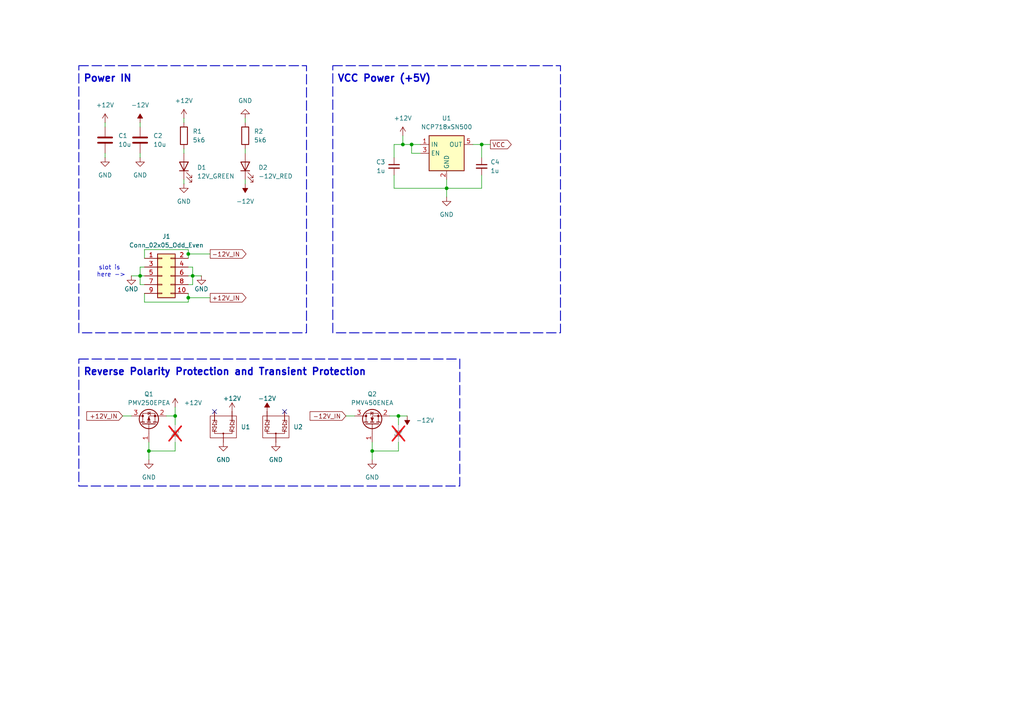
<source format=kicad_sch>
(kicad_sch (version 20231120) (generator "eeschema") (generator_version "8.0")
  (paper "A4")
  (title_block (title "Noise source and frequency filter") (date "11/12/2024") (rev "V1") (company "Alexander Saal") (comment 1 "Handles input power connection, power limiting, and filtering"))
  (lib_symbols
    (symbol "Analog_computing:VCAN16A2-03S-E3-08" (pin_numbers hide) (pin_names (offset 0) hide)
      (property "Reference" "U" (at -1.27 0 0))
      (symbol "VCAN16A2-03S-E3-08_0_1"
        (polyline (pts (xy 0 -2.54) (xy 0.635 -2.54)))
        (polyline (pts (xy 0 2.54) (xy 0.635 2.54)))
        (polyline (pts (xy -1.27 -3.175) (xy -1.27 -1.905) (xy -0.635 -1.905)))
        (polyline (pts (xy -1.27 1.905) (xy -1.27 3.175) (xy -0.635 3.175)))
        (polyline (pts (xy 1.905 -1.905) (xy 1.905 -3.175) (xy 1.27 -3.175)))
        (polyline (pts (xy 1.905 3.175) (xy 1.905 1.905) (xy 1.27 1.905)))
        (polyline (pts (xy -1.27 -2.54) (xy 0 -1.905) (xy 0 -3.175) (xy -1.27 -2.54)))
        (polyline (pts (xy -1.27 2.54) (xy 0 3.175) (xy 0 1.905) (xy -1.27 2.54)))
        (polyline (pts (xy 0.635 -3.175) (xy 0.635 -1.905) (xy 1.905 -2.54) (xy 0.635 -3.175)))
        (polyline (pts (xy 0.635 3.175) (xy 0.635 1.905) (xy 1.905 2.54) (xy 0.635 3.175)))
        (polyline (pts (xy 1.905 2.54) (xy 2.54 2.54) (xy 2.54 -2.54) (xy 1.905 -2.54)))
      )
      (symbol "VCAN16A2-03S-E3-08_1_1"
        (rectangle (start -2.54 3.81) (end 3.81 -3.81))
        (circle (center 2.54 0) (radius 0.254) (stroke (width -0.0001)) (fill (type outline)))
        (pin input line (at -3.81 2.54 0) (length 2.54) (name "IN1") (number "1"))
        (pin input line (at -3.81 -2.54 0) (length 2.54) (name "IN2") (number "2"))
        (pin input line (at 5.08 0 180) (length 2.54) (name "OUT") (number "3"))
      )
    )
    (symbol "Connector_Generic:Conn_02x05_Odd_Even" (pin_names (offset 1.016) hide)
      (property "Reference" "J" (at 1.27 7.62 0))
      (property "Value" "Conn_02x05_Odd_Even" (at 1.27 -7.62 0))
      (symbol "Conn_02x05_Odd_Even_1_1"
        (rectangle (start -1.27 -4.953) (end 0 -5.207) (stroke (width 0.1524)))
        (rectangle (start -1.27 -2.413) (end 0 -2.667) (stroke (width 0.1524)))
        (rectangle (start -1.27 0.127) (end 0 -0.127) (stroke (width 0.1524)))
        (rectangle (start -1.27 2.667) (end 0 2.413) (stroke (width 0.1524)))
        (rectangle (start -1.27 5.207) (end 0 4.953) (stroke (width 0.1524)))
        (rectangle (start -1.27 6.35) (end 3.81 -6.35) (stroke (width 0.254)) (fill (type background)))
        (rectangle (start 3.81 -4.953) (end 2.54 -5.207) (stroke (width 0.1524)))
        (rectangle (start 3.81 -2.413) (end 2.54 -2.667) (stroke (width 0.1524)))
        (rectangle (start 3.81 0.127) (end 2.54 -0.127) (stroke (width 0.1524)))
        (rectangle (start 3.81 2.667) (end 2.54 2.413) (stroke (width 0.1524)))
        (rectangle (start 3.81 5.207) (end 2.54 4.953) (stroke (width 0.1524)))
        (pin passive line (at -5.08 5.08 0) (length 3.81) (name "Pin_1") (number "1"))
        (pin passive line (at 7.62 -5.08 180) (length 3.81) (name "Pin_10") (number "10"))
        (pin passive line (at 7.62 5.08 180) (length 3.81) (name "Pin_2") (number "2"))
        (pin passive line (at -5.08 2.54 0) (length 3.81) (name "Pin_3") (number "3"))
        (pin passive line (at 7.62 2.54 180) (length 3.81) (name "Pin_4") (number "4"))
        (pin passive line (at -5.08 0 0) (length 3.81) (name "Pin_5") (number "5"))
        (pin passive line (at 7.62 0 180) (length 3.81) (name "Pin_6") (number "6"))
        (pin passive line (at -5.08 -2.54 0) (length 3.81) (name "Pin_7") (number "7"))
        (pin passive line (at 7.62 -2.54 180) (length 3.81) (name "Pin_8") (number "8"))
        (pin passive line (at -5.08 -5.08 0) (length 3.81) (name "Pin_9") (number "9"))
      )
    )
    (symbol "Device:C" (pin_numbers hide) (pin_names (offset 0.254))
      (property "Reference" "C" (at 0.635 2.54 0))
      (property "Value" "C" (at 0.635 -2.54 0))
      (symbol "C_0_1"
        (polyline (pts (xy -2.032 -0.762) (xy 2.032 -0.762)) (stroke (width 0.508)))
        (polyline (pts (xy -2.032 0.762) (xy 2.032 0.762)) (stroke (width 0.508)))
      )
      (symbol "C_1_1"
        (pin passive line (at 0 3.81 270) (length 2.794) (name "~") (number "1"))
        (pin passive line (at 0 -3.81 90) (length 2.794) (name "~") (number "2"))
      )
    )
    (symbol "Device:C_Small" (pin_numbers hide) (pin_names (offset 0.254) hide)
      (property "Reference" "C" (at 0.254 1.778 0))
      (property "Value" "C_Small" (at 0.254 -2.032 0))
      (symbol "C_Small_0_1"
        (polyline (pts (xy -1.524 -0.508) (xy 1.524 -0.508)) (stroke (width 0.3302)))
        (polyline (pts (xy -1.524 0.508) (xy 1.524 0.508)) (stroke (width 0.3048)))
      )
      (symbol "C_Small_1_1"
        (pin passive line (at 0 2.54 270) (length 2.032) (name "~") (number "1"))
        (pin passive line (at 0 -2.54 90) (length 2.032) (name "~") (number "2"))
      )
    )
    (symbol "Device:D_Zener_Small" (pin_numbers hide) (pin_names (offset 0.254) hide)
      (property "Reference" "D" (at 0 2.286 0))
      (property "Value" "D_Zener_Small" (at 0 -2.286 0))
      (symbol "D_Zener_Small_0_1"
        (polyline (pts (xy 0.762 0) (xy -0.762 0)))
        (polyline (pts (xy -0.254 1.016) (xy -0.762 1.016) (xy -0.762 -1.016)) (stroke (width 0.254)))
        (polyline (pts (xy 0.762 1.016) (xy -0.762 0) (xy 0.762 -1.016) (xy 0.762 1.016)) (stroke (width 0.254)))
      )
      (symbol "D_Zener_Small_1_1"
        (pin passive line (at -2.54 0 0) (length 1.778) (name "K") (number "1"))
        (pin passive line (at 2.54 0 180) (length 1.778) (name "A") (number "2"))
      )
    )
    (symbol "Device:LED" (pin_numbers hide) (pin_names (offset 1.016) hide)
      (property "Reference" "D" (at 0 2.54 0))
      (property "Value" "LED" (at 0 -2.54 0))
      (symbol "LED_0_1"
        (polyline (pts (xy -1.27 -1.27) (xy -1.27 1.27)) (stroke (width 0.254)))
        (polyline (pts (xy -1.27 0) (xy 1.27 0)))
        (polyline (pts (xy 1.27 -1.27) (xy 1.27 1.27) (xy -1.27 0) (xy 1.27 -1.27)) (stroke (width 0.254)))
        (polyline (pts (xy -3.048 -0.762) (xy -4.572 -2.286) (xy -3.81 -2.286) (xy -4.572 -2.286) (xy -4.572 -1.524)))
        (polyline (pts (xy -1.778 -0.762) (xy -3.302 -2.286) (xy -2.54 -2.286) (xy -3.302 -2.286) (xy -3.302 -1.524)))
      )
      (symbol "LED_1_1"
        (pin passive line (at -3.81 0 0) (length 2.54) (name "K") (number "1"))
        (pin passive line (at 3.81 0 180) (length 2.54) (name "A") (number "2"))
      )
    )
    (symbol "Device:Q_NMOS_GSD" (pin_names (offset 0) hide)
      (property "Reference" "Q" (at 5.08 1.27 0))
      (property "Value" "Q_NMOS_GSD" (at 5.08 -1.27 0))
      (symbol "Q_NMOS_GSD_0_1"
        (polyline (pts (xy 0.254 0) (xy -2.54 0)))
        (polyline (pts (xy 0.254 1.905) (xy 0.254 -1.905)) (stroke (width 0.254)))
        (polyline (pts (xy 0.762 -1.27) (xy 0.762 -2.286)) (stroke (width 0.254)))
        (polyline (pts (xy 0.762 0.508) (xy 0.762 -0.508)) (stroke (width 0.254)))
        (polyline (pts (xy 0.762 2.286) (xy 0.762 1.27)) (stroke (width 0.254)))
        (polyline (pts (xy 2.54 2.54) (xy 2.54 1.778)))
        (polyline (pts (xy 2.54 -2.54) (xy 2.54 0) (xy 0.762 0)))
        (polyline (pts (xy 0.762 -1.778) (xy 3.302 -1.778) (xy 3.302 1.778) (xy 0.762 1.778)))
        (polyline (pts (xy 1.016 0) (xy 2.032 0.381) (xy 2.032 -0.381) (xy 1.016 0)) (fill (type outline)))
        (polyline (pts (xy 2.794 0.508) (xy 2.921 0.381) (xy 3.683 0.381) (xy 3.81 0.254)))
        (polyline (pts (xy 3.302 0.381) (xy 2.921 -0.254) (xy 3.683 -0.254) (xy 3.302 0.381)))
        (circle (center 1.651 0) (radius 2.794) (stroke (width 0.254)))
        (circle (center 2.54 -1.778) (radius 0.254) (fill (type outline)))
        (circle (center 2.54 1.778) (radius 0.254) (fill (type outline)))
      )
      (symbol "Q_NMOS_GSD_1_1"
        (pin input line (at -5.08 0 0) (length 2.54) (name "G") (number "1"))
        (pin passive line (at 2.54 -5.08 90) (length 2.54) (name "S") (number "2"))
        (pin passive line (at 2.54 5.08 270) (length 2.54) (name "D") (number "3"))
      )
    )
    (symbol "Device:Q_PMOS_GSD" (pin_names (offset 0) hide)
      (property "Reference" "Q" (at 5.08 1.27 0))
      (property "Value" "Q_PMOS_GSD" (at 5.08 -1.27 0))
      (symbol "Q_PMOS_GSD_0_1"
        (polyline (pts (xy 0.254 0) (xy -2.54 0)))
        (polyline (pts (xy 0.254 1.905) (xy 0.254 -1.905)) (stroke (width 0.254)))
        (polyline (pts (xy 0.762 -1.27) (xy 0.762 -2.286)) (stroke (width 0.254)))
        (polyline (pts (xy 0.762 0.508) (xy 0.762 -0.508)) (stroke (width 0.254)))
        (polyline (pts (xy 0.762 2.286) (xy 0.762 1.27)) (stroke (width 0.254)))
        (polyline (pts (xy 2.54 2.54) (xy 2.54 1.778)))
        (polyline (pts (xy 2.54 -2.54) (xy 2.54 0) (xy 0.762 0)))
        (polyline (pts (xy 0.762 1.778) (xy 3.302 1.778) (xy 3.302 -1.778) (xy 0.762 -1.778)))
        (polyline (pts (xy 2.286 0) (xy 1.27 0.381) (xy 1.27 -0.381) (xy 2.286 0)) (fill (type outline)))
        (polyline (pts (xy 2.794 -0.508) (xy 2.921 -0.381) (xy 3.683 -0.381) (xy 3.81 -0.254)))
        (polyline (pts (xy 3.302 -0.381) (xy 2.921 0.254) (xy 3.683 0.254) (xy 3.302 -0.381)))
        (circle (center 1.651 0) (radius 2.794) (stroke (width 0.254)))
        (circle (center 2.54 -1.778) (radius 0.254) (fill (type outline)))
        (circle (center 2.54 1.778) (radius 0.254) (fill (type outline)))
      )
      (symbol "Q_PMOS_GSD_1_1"
        (pin input line (at -5.08 0 0) (length 2.54) (name "G") (number "1"))
        (pin passive line (at 2.54 -5.08 90) (length 2.54) (name "S") (number "2"))
        (pin passive line (at 2.54 5.08 270) (length 2.54) (name "D") (number "3"))
      )
    )
    (symbol "Device:R" (pin_numbers hide) (pin_names (offset 0))
      (property "Reference" "R" (at 2.032 0 90))
      (property "Value" "R" (at 0 0 90))
      (symbol "R_0_1"
        (rectangle (start -1.016 -2.54) (end 1.016 2.54) (stroke (width 0.254)))
      )
      (symbol "R_1_1"
        (pin passive line (at 0 3.81 270) (length 1.27) (name "~") (number "1"))
        (pin passive line (at 0 -3.81 90) (length 1.27) (name "~") (number "2"))
      )
    )
    (symbol "Regulator_Linear:NCP718xSN500"
      (property "Reference" "U" (at -3.81 6.35 0))
      (property "Value" "NCP718xSN500" (at 6.35 6.35 0))
      (symbol "NCP718xSN500_0_1"
        (rectangle (start -5.08 -5.08) (end 5.08 5.08) (stroke (width 0.254)) (fill (type background)))
        (pin power_in line (at -7.62 2.54 0) (length 2.54) (name "IN") (number "1"))
        (pin power_in line (at 0 -7.62 90) (length 2.54) (name "GND") (number "2"))
        (pin input line (at -7.62 0 0) (length 2.54) (name "EN") (number "3"))
        (pin no_connect line (at 5.08 0 180) (length 2.54) hide (name "NC") (number "4"))
        (pin power_out line (at 7.62 2.54 180) (length 2.54) (name "OUT") (number "5"))
      )
    )
    (symbol "power:+12V" (power) (pin_numbers hide) (pin_names (offset 0) hide)
      (property "Value" "+12V" (at 0 3.556 0))
      (symbol "+12V_0_1"
        (polyline (pts (xy -0.762 1.27) (xy 0 2.54)))
        (polyline (pts (xy 0 0) (xy 0 2.54)))
        (polyline (pts (xy 0 2.54) (xy 0.762 1.27)))
      )
      (symbol "+12V_1_1"
        (pin power_in line (at 0 0 90) (length 0) (name "~") (number "1"))
      )
    )
    (symbol "power:-12V" (power) (pin_numbers hide) (pin_names (offset 0) hide)
      (property "Value" "-12V" (at 0 3.556 0))
      (symbol "-12V_0_0"
        (pin power_in line (at 0 0 90) (length 0) (name "~") (number "1"))
      )
      (symbol "-12V_0_1"
        (polyline (pts (xy 0 0) (xy 0 1.27) (xy 0.762 1.27) (xy 0 2.54) (xy -0.762 1.27) (xy 0 1.27)) (fill (type outline)))
      )
    )
    (symbol "power:GND" (power) (pin_numbers hide) (pin_names (offset 0) hide)
      (property "Value" "GND" (at 0 -3.81 0))
      (symbol "GND_0_1"
        (polyline (pts (xy 0 0) (xy 0 -1.27) (xy 1.27 -1.27) (xy 0 -2.54) (xy -1.27 -1.27) (xy 0 -1.27)))
      )
      (symbol "GND_1_1"
        (pin power_in line (at 0 0 270) (length 0) (name "~") (number "1"))
      )
    )
  )
  (junction (at 50.8 120.65))
  (junction (at 54.61 86.36))
  (junction (at 55.88 80.01))
  (junction (at 43.18 130.81))
  (junction (at 115.57 120.65))
  (junction (at 54.61 73.66))
  (junction (at 119.38 41.91))
  (junction (at 139.7 41.91))
  (junction (at 40.64 80.01))
  (junction (at 129.54 54.61))
  (junction (at 107.95 130.81))
  (junction (at 116.84 41.91))
  (no_connect (at 82.55 119.38))
  (no_connect (at 62.23 119.38))
  (wire (pts (xy 41.91 85.09) (xy 41.91 87.63)))
  (wire (pts (xy 54.61 85.09) (xy 54.61 86.36)))
  (wire (pts (xy 71.12 52.07) (xy 71.12 53.34)))
  (wire (pts (xy 71.12 43.18) (xy 71.12 44.45)))
  (wire (pts (xy 54.61 73.66) (xy 54.61 74.93)))
  (wire (pts (xy 41.91 72.39) (xy 41.91 74.93)))
  (wire (pts (xy 43.18 130.81) (xy 50.8 130.81)))
  (wire (pts (xy 54.61 77.47) (xy 55.88 77.47)))
  (wire (pts (xy 113.03 120.65) (xy 115.57 120.65)))
  (wire (pts (xy 115.57 120.65) (xy 115.57 123.19)))
  (wire (pts (xy 53.34 52.07) (xy 53.34 53.34)))
  (wire (pts (xy 40.64 44.45) (xy 40.64 45.72)))
  (wire (pts (xy 100.33 120.65) (xy 102.87 120.65)))
  (wire (pts (xy 114.3 54.61) (xy 129.54 54.61)))
  (wire (pts (xy 40.64 82.55) (xy 40.64 80.01)))
  (wire (pts (xy 116.84 41.91) (xy 119.38 41.91)))
  (wire (pts (xy 41.91 72.39) (xy 54.61 72.39)))
  (wire (pts (xy 50.8 118.11) (xy 50.8 120.65)))
  (wire (pts (xy 38.1 80.01) (xy 40.64 80.01)))
  (wire (pts (xy 114.3 45.72) (xy 114.3 41.91)))
  (wire (pts (xy 129.54 54.61) (xy 139.7 54.61)))
  (wire (pts (xy 119.38 41.91) (xy 121.92 41.91)))
  (wire (pts (xy 53.34 34.29) (xy 53.34 35.56)))
  (wire (pts (xy 54.61 80.01) (xy 55.88 80.01)))
  (wire (pts (xy 107.95 130.81) (xy 107.95 133.35)))
  (wire (pts (xy 115.57 120.65) (xy 118.11 120.65)))
  (wire (pts (xy 129.54 54.61) (xy 129.54 57.15)))
  (wire (pts (xy 137.16 41.91) (xy 139.7 41.91)))
  (wire (pts (xy 50.8 128.27) (xy 50.8 130.81)))
  (wire (pts (xy 115.57 128.27) (xy 115.57 130.81)))
  (wire (pts (xy 139.7 45.72) (xy 139.7 41.91)))
  (wire (pts (xy 40.64 35.56) (xy 40.64 36.83)))
  (wire (pts (xy 142.24 41.91) (xy 139.7 41.91)))
  (wire (pts (xy 40.64 77.47) (xy 40.64 80.01)))
  (wire (pts (xy 48.26 120.65) (xy 50.8 120.65)))
  (wire (pts (xy 119.38 44.45) (xy 121.92 44.45)))
  (wire (pts (xy 55.88 82.55) (xy 55.88 80.01)))
  (wire (pts (xy 41.91 87.63) (xy 54.61 87.63)))
  (wire (pts (xy 107.95 130.81) (xy 115.57 130.81)))
  (wire (pts (xy 41.91 77.47) (xy 40.64 77.47)))
  (wire (pts (xy 53.34 43.18) (xy 53.34 44.45)))
  (wire (pts (xy 50.8 120.65) (xy 50.8 123.19)))
  (wire (pts (xy 54.61 86.36) (xy 54.61 87.63)))
  (wire (pts (xy 107.95 128.27) (xy 107.95 130.81)))
  (wire (pts (xy 35.56 120.65) (xy 38.1 120.65)))
  (wire (pts (xy 43.18 128.27) (xy 43.18 130.81)))
  (wire (pts (xy 40.64 80.01) (xy 41.91 80.01)))
  (wire (pts (xy 54.61 72.39) (xy 54.61 73.66)))
  (wire (pts (xy 71.12 34.29) (xy 71.12 35.56)))
  (wire (pts (xy 116.84 39.37) (xy 116.84 41.91)))
  (wire (pts (xy 30.48 35.56) (xy 30.48 36.83)))
  (wire (pts (xy 55.88 80.01) (xy 58.42 80.01)))
  (wire (pts (xy 30.48 44.45) (xy 30.48 45.72)))
  (wire (pts (xy 119.38 41.91) (xy 119.38 44.45)))
  (wire (pts (xy 129.54 52.07) (xy 129.54 54.61)))
  (wire (pts (xy 114.3 41.91) (xy 116.84 41.91)))
  (wire (pts (xy 41.91 82.55) (xy 40.64 82.55)))
  (wire (pts (xy 54.61 73.66) (xy 60.96 73.66)))
  (wire (pts (xy 114.3 50.8) (xy 114.3 54.61)))
  (wire (pts (xy 55.88 77.47) (xy 55.88 80.01)))
  (wire (pts (xy 139.7 50.8) (xy 139.7 54.61)))
  (wire (pts (xy 60.96 86.36) (xy 54.61 86.36)))
  (wire (pts (xy 43.18 130.81) (xy 43.18 133.35)))
  (wire (pts (xy 54.61 82.55) (xy 55.88 82.55)))
  (rectangle (start 22.86 19.05) (end 88.9 96.52) (stroke (width 0.254) (type dash)))
  (rectangle (start 22.86 104.14) (end 133.35 140.97) (stroke (width 0.254) (type dash)))
  (rectangle (start 96.52 19.05) (end 162.56 96.52) (stroke (width 0.254) (type dash)))
  (text "Reverse Polarity Protection and Transient Protection" (at 24.13 107.95 0) (effects (font (size 2.032 2.032) (thickness 0.4064) (bold yes)) (justify left)))
  (text "slot is\n here ->" (at 31.75 78.74 0) (effects (font (size 1.27 1.27))))
  (text "Power IN" (at 24.13 22.86 0) (effects (font (size 2.032 2.032) (thickness 0.4064) (bold yes)) (justify left)))
  (text "VCC Power (+5V)" (at 97.79 22.86 0) (effects (font (size 2.032 2.032) (thickness 0.4064) (bold yes)) (justify left)))
  (global_label "-12V_IN" (shape output) (at 60.96 73.66 0) (property "Intersheetrefs" "${INTERSHEET_REFS}" (effects (hide yes))))
  (global_label "+12V_IN" (shape input) (at 35.56 120.65 180) (property "Intersheetrefs" "${INTERSHEET_REFS}" (effects (hide yes))))
  (global_label "-12V_IN" (shape input) (at 100.33 120.65 180) (property "Intersheetrefs" "${INTERSHEET_REFS}" (effects (hide yes))))
  (global_label "+12V_IN" (shape output) (at 60.96 86.36 0) (property "Intersheetrefs" "${INTERSHEET_REFS}" (effects (hide yes))))
  (global_label "VCC" (shape output) (at 142.24 41.91 0) (property "Intersheetrefs" "${INTERSHEET_REFS}" (effects (hide yes))))
  (symbol (lib_id "Connector_Generic:Conn_02x05_Odd_Even") (at 46.99 80.01 0) (unit 1)
    (property "Reference" "J1" (at 48.26 68.58 0))
    (property "Value" "Conn_02x05_Odd_Even" (at 48.26 71.12 0))
    (property "Footprint" "Connector_PinHeader_2.54mm:PinHeader_2x05_P2.54mm_Vertical" (effects (hide yes)))
    (property "Description" "Generic connector, double row, 02x05, odd/even pin numbering scheme (row 1 odd numbers, row 2 even numbers), script generated (kicad-library-utils/schlib/autogen/connector/)" (effects (hide yes)))
    (instances (project "Analog_Multiplier_Rack_Module" (path "" (reference "J1") (unit 1))) (project "Analog_Noise_Module" (path "" (reference "J3") (unit 1))) (project "Analog_Multiplier_Rack_Module" (path "" (reference "J2") (unit 1))))
  )
  (symbol (lib_id "power:GND") (at 30.48 45.72 0) (unit 1)
    (property "Reference" "#PWR05" (effects (hide yes)))
    (property "Value" "GND" (at 30.48 50.8 0))
    (property "Description" "Power symbol creates a global label with name \"GND\" , ground" (effects (hide yes)))
    (instances (project "Analog_Multiplier_Rack_Module" (path "" (reference "#PWR05") (unit 1))) (project "Analog_Noise_Module" (path "" (reference "#PWR07") (unit 1))) (project "Analog_Multiplier_Rack_Module" (path "" (reference "#PWR06") (unit 1))))
  )
  (symbol (lib_id "Device:D_Zener_Small") (at 50.8 125.73 270) (unit 1) (exclude_from_sim yes) (in_bom no) (on_board no) (dnp yes)
    (property "Reference" "D3" (effects (hide yes)))
    (property "Value" "D_Zener_Small" (effects (hide yes)))
    (property "Description" "Zener diode, small symbol" (effects (hide yes)))
  )
  (symbol (lib_id "power:-12V") (at 77.47 119.38 0) (unit 1)
    (property "Reference" "#PWR014" (effects (hide yes)))
    (property "Value" "-12V" (at 77.47 115.57 0))
    (property "Description" "Power symbol creates a global label with name \"-12V\"" (effects (hide yes)))
    (instances (project "Analog_Computer_Polar_Coordinate_Transformator" (path "" (reference "#PWR014") (unit 1))) (project "Analog_Noise_Module" (path "" (reference "#PWR017") (unit 1))))
  )
  (symbol (lib_id "Device:R") (at 71.12 39.37 0) (unit 1)
    (property "Reference" "R2" (at 73.66 38.0999 0) (effects (justify left)))
    (property "Value" "5k6" (at 73.66 40.6399 0) (effects (justify left)))
    (property "Footprint" "Resistor_SMD:R_1206_3216Metric_Pad1.30x1.75mm_HandSolder" (effects (hide yes)))
    (property "Description" "Resistor" (effects (hide yes)))
    (instances (project "Analog_Multiplier_Rack_Module" (path "" (reference "R2") (unit 1))) (project "Analog_Noise_Module" (path "" (reference "R2") (unit 1))) (project "Analog_Multiplier_Rack_Module" (path "" (reference "R6") (unit 1))))
  )
  (symbol (lib_id "Analog_computing:VCAN16A2-03S-E3-08") (at 64.77 123.19 270) (unit 1)
    (property "Reference" "U1" (at 69.85 123.8249 90) (effects (justify left)))
    (property "Value" "VCAN16A2" (effects (hide yes)))
    (property "Footprint" "analog_computing:VCAN16A2-03S-E3-08" (effects (hide yes)))
    (instances (project "" (path "" (reference "U1") (unit 1))) (project "Analog_Noise_Module" (path "" (reference "U2") (unit 1))))
  )
  (symbol (lib_id "power:GND") (at 71.12 34.29 180) (unit 1)
    (property "Reference" "#PWR02" (effects (hide yes)))
    (property "Value" "GND" (at 71.12 29.21 0))
    (property "Description" "Power symbol creates a global label with name \"GND\" , ground" (effects (hide yes)))
    (instances (project "Analog_Multiplier_Rack_Module" (path "" (reference "#PWR02") (unit 1))) (project "Analog_Noise_Module" (path "" (reference "#PWR02") (unit 1))) (project "Analog_Multiplier_Rack_Module" (path "" (reference "#PWR03") (unit 1))))
  )
  (symbol (lib_id "Device:C_Small") (at 139.7 48.26 0) (unit 1)
    (property "Reference" "C4" (at 142.24 46.9962 0) (effects (justify left)))
    (property "Value" "1u" (at 142.24 49.5362 0) (effects (justify left)))
    (property "Footprint" "Capacitor_SMD:C_1206_3216Metric_Pad1.33x1.80mm_HandSolder" (effects (hide yes)))
    (property "Description" "Unpolarized capacitor, small symbol" (effects (hide yes)))
  )
  (symbol (lib_id "power:GND") (at 107.95 133.35 0) (unit 1)
    (property "Reference" "#PWR021" (effects (hide yes)))
    (property "Value" "GND" (at 107.95 138.43 0))
    (property "Description" "Power symbol creates a global label with name \"GND\" , ground" (effects (hide yes)))
    (instances (project "" (path "" (reference "#PWR021") (unit 1))) (project "Analog_Noise_Module" (path "" (reference "#PWR022") (unit 1))) (project "" (path "" (reference "#PWR015") (unit 1))))
  )
  (symbol (lib_id "power:GND") (at 64.77 128.27 0) (unit 1)
    (property "Reference" "#PWR017" (effects (hide yes)))
    (property "Value" "GND" (at 64.77 133.35 0))
    (property "Description" "Power symbol creates a global label with name \"GND\" , ground" (effects (hide yes)))
    (instances (project "Analog_Computer_Polar_Coordinate_Transformator" (path "" (reference "#PWR017") (unit 1))) (project "Analog_Noise_Module" (path "" (reference "#PWR019") (unit 1))))
  )
  (symbol (lib_id "Device:LED") (at 71.12 48.26 90) (unit 1)
    (property "Reference" "D2" (at 74.93 48.5774 90) (effects (justify right)))
    (property "Value" "-12V_RED" (at 74.93 51.1174 90) (effects (justify right)))
    (property "Footprint" "LED_SMD:LED_1206_3216Metric" (effects (hide yes)))
    (property "Description" "Light emitting diode" (effects (hide yes)))
  )
  (symbol (lib_id "Regulator_Linear:NCP718xSN500") (at 129.54 44.45 0) (unit 1)
    (property "Reference" "U1" (at 129.54 34.29 0))
    (property "Value" "NCP718xSN500" (at 129.54 36.83 0))
    (property "Footprint" "Package_TO_SOT_SMD:SOT-23-5" (effects (hide yes)))
    (property "Datasheet" "https://www.onsemi.com/pub/Collateral/NCP718-D.PDF" (effects (hide yes)))
    (property "Description" "300-mA, Wide Input Voltage, Low-IQ LDO, 5.0V, SOT-23" (effects (hide yes)))
  )
  (symbol (lib_id "power:GND") (at 53.34 53.34 0) (unit 1)
    (property "Reference" "#PWR07" (effects (hide yes)))
    (property "Value" "GND" (at 53.34 58.42 0))
    (property "Description" "Power symbol creates a global label with name \"GND\" , ground" (effects (hide yes)))
    (instances (project "Analog_Multiplier_Rack_Module" (path "" (reference "#PWR07") (unit 1))) (project "Analog_Noise_Module" (path "" (reference "#PWR09") (unit 1))) (project "Analog_Multiplier_Rack_Module" (path "" (reference "#PWR08") (unit 1))))
  )
  (symbol (lib_id "power:GND") (at 38.1 80.01 0) (unit 1)
    (property "Reference" "#PWR09" (effects (hide yes)))
    (property "Value" "GND" (at 38.1 83.82 0))
    (property "Description" "Power symbol creates a global label with name \"GND\" , ground" (effects (hide yes)))
    (instances (project "Analog_Multiplier_Rack_Module" (path "" (reference "#PWR09") (unit 1))) (project "Analog_Noise_Module" (path "" (reference "#PWR013") (unit 1))) (project "Analog_Multiplier_Rack_Module" (path "" (reference "#PWR011") (unit 1))))
  )
  (symbol (lib_id "Device:C_Small") (at 114.3 48.26 0) (mirror y) (unit 1)
    (property "Reference" "C3" (at 111.76 46.9962 0) (effects (justify left)))
    (property "Value" "1u" (at 111.76 49.5362 0) (effects (justify left)))
    (property "Footprint" "Capacitor_SMD:C_1206_3216Metric_Pad1.33x1.80mm_HandSolder" (effects (hide yes)))
    (property "Description" "Unpolarized capacitor, small symbol" (effects (hide yes)))
  )
  (symbol (lib_id "Device:D_Zener_Small") (at 115.57 125.73 90) (unit 1) (exclude_from_sim yes) (in_bom no) (on_board no) (dnp yes)
    (property "Reference" "D4" (effects (hide yes)))
    (property "Value" "D_Zener_Small" (effects (hide yes)))
    (property "Description" "Zener diode, small symbol" (effects (hide yes)))
  )
  (symbol (lib_id "Analog_computing:VCAN16A2-03S-E3-08") (at 80.01 123.19 270) (unit 1)
    (property "Reference" "U2" (at 85.09 123.8249 90) (effects (justify left)))
    (property "Value" "VCAN16A2" (effects (hide yes)))
    (property "Footprint" "analog_computing:VCAN16A2-03S-E3-08" (effects (hide yes)))
    (instances (project "Analog_Computer_Polar_Coordinate_Transformator" (path "" (reference "U2") (unit 1))) (project "Analog_Noise_Module" (path "" (reference "U3") (unit 1))))
  )
  (symbol (lib_id "power:GND") (at 43.18 133.35 0) (unit 1)
    (property "Reference" "#PWR020" (effects (hide yes)))
    (property "Value" "GND" (at 43.18 138.43 0))
    (property "Description" "Power symbol creates a global label with name \"GND\" , ground" (effects (hide yes)))
    (instances (project "Analog_Multiplier_Rack_Module" (path "" (reference "#PWR020") (unit 1))) (project "Analog_Noise_Module" (path "" (reference "#PWR021") (unit 1))) (project "Analog_Multiplier_Rack_Module" (path "" (reference "#PWR014") (unit 1))))
  )
  (symbol (lib_id "Device:LED") (at 53.34 48.26 90) (unit 1)
    (property "Reference" "D1" (at 57.15 48.5774 90) (effects (justify right)))
    (property "Value" "12V_GREEN" (at 57.15 51.1174 90) (effects (justify right)))
    (property "Footprint" "LED_SMD:LED_1206_3216Metric" (effects (hide yes)))
    (property "Description" "Light emitting diode" (effects (hide yes)))
  )
  (symbol (lib_id "power:+12V") (at 53.34 34.29 0) (unit 1)
    (property "Reference" "#PWR01" (effects (hide yes)))
    (property "Value" "+12V" (at 53.34 29.21 0))
    (property "Description" "Power symbol creates a global label with name \"+12V\"" (effects (hide yes)))
    (instances (project "Analog_Multiplier_Rack_Module" (path "" (reference "#PWR01") (unit 1))) (project "Analog_Noise_Module" (path "" (reference "#PWR01") (unit 1))) (project "Analog_Multiplier_Rack_Module" (path "" (reference "#PWR02") (unit 1))))
  )
  (symbol (lib_id "power:-12V") (at 118.11 120.65 180) (unit 1)
    (property "Reference" "#PWR015" (effects (hide yes)))
    (property "Value" "-12V" (at 120.65 121.9199 0) (effects (justify right)))
    (property "Description" "Power symbol creates a global label with name \"-12V\"" (effects (hide yes)))
    (instances (project "Analog_Multiplier_Rack_Module" (path "" (reference "#PWR015") (unit 1))) (project "Analog_Noise_Module" (path "" (reference "#PWR018") (unit 1))) (project "Analog_Multiplier_Rack_Module" (path "" (reference "#PWR010") (unit 1))))
  )
  (symbol (lib_id "power:-12V") (at 71.12 53.34 180) (unit 1)
    (property "Reference" "#PWR08" (effects (hide yes)))
    (property "Value" "-12V" (at 71.12 58.42 0))
    (property "Description" "Power symbol creates a global label with name \"-12V\"" (effects (hide yes)))
    (instances (project "Analog_Multiplier_Rack_Module" (path "" (reference "#PWR08") (unit 1))) (project "Analog_Noise_Module" (path "" (reference "#PWR010") (unit 1))) (project "Analog_Multiplier_Rack_Module" (path "" (reference "#PWR09") (unit 1))))
  )
  (symbol (lib_id "Device:Q_PMOS_GSD") (at 43.18 123.19 90) (unit 1)
    (property "Reference" "Q1" (at 43.18 114.3 90))
    (property "Value" "PMV250EPEA" (at 43.18 116.84 90))
    (property "Footprint" "Package_TO_SOT_SMD:SOT-23_Handsoldering" (effects (hide yes)))
    (property "Description" "P-MOSFET transistor, gate/source/drain" (effects (hide yes)))
    (instances (project "" (path "" (reference "Q1") (unit 1))) (project "Analog_Noise_Module" (path "" (reference "Q1") (unit 1))) (project "" (path "" (reference "Q2") (unit 1))))
  )
  (symbol (lib_id "power:GND") (at 80.01 128.27 0) (unit 1)
    (property "Reference" "#PWR018" (effects (hide yes)))
    (property "Value" "GND" (at 80.01 133.35 0))
    (property "Description" "Power symbol creates a global label with name \"GND\" , ground" (effects (hide yes)))
    (instances (project "Analog_Computer_Polar_Coordinate_Transformator" (path "" (reference "#PWR018") (unit 1))) (project "Analog_Noise_Module" (path "" (reference "#PWR020") (unit 1))))
  )
  (symbol (lib_id "power:+12V") (at 116.84 39.37 0) (unit 1)
    (property "Reference" "#PWR05" (effects (hide yes)))
    (property "Value" "+12V" (at 116.84 34.29 0))
    (property "Description" "Power symbol creates a global label with name \"+12V\"" (effects (hide yes)))
  )
  (symbol (lib_id "power:GND") (at 129.54 57.15 0) (unit 1)
    (property "Reference" "#PWR011" (effects (hide yes)))
    (property "Value" "GND" (at 129.54 62.23 0))
    (property "Description" "Power symbol creates a global label with name \"GND\" , ground" (effects (hide yes)))
  )
  (symbol (lib_id "power:+12V") (at 50.8 118.11 0) (unit 1)
    (property "Reference" "#PWR012" (effects (hide yes)))
    (property "Value" "+12V" (at 53.34 116.8399 0) (effects (justify left)))
    (property "Description" "Power symbol creates a global label with name \"+12V\"" (effects (hide yes)))
    (instances (project "Analog_Multiplier_Rack_Module" (path "" (reference "#PWR012") (unit 1))) (project "Analog_Noise_Module" (path "" (reference "#PWR015") (unit 1))) (project "Analog_Multiplier_Rack_Module" (path "" (reference "#PWR013") (unit 1))))
  )
  (symbol (lib_id "Device:C") (at 30.48 40.64 0) (unit 1)
    (property "Reference" "C1" (at 34.29 39.3699 0) (effects (justify left)))
    (property "Value" "10u" (at 34.29 41.9099 0) (effects (justify left)))
    (property "Footprint" "Capacitor_SMD:C_1206_3216Metric_Pad1.33x1.80mm_HandSolder" (effects (hide yes)))
    (property "Description" "Unpolarized capacitor" (effects (hide yes)))
    (instances (project "Analog_Multiplier_Rack_Module" (path "" (reference "C1") (unit 1))) (project "Analog_Noise_Module" (path "" (reference "C1") (unit 1))) (project "Analog_Multiplier_Rack_Module" (path "" (reference "C3") (unit 1))))
  )
  (symbol (lib_id "power:-12V") (at 40.64 35.56 0) (unit 1)
    (property "Reference" "#PWR04" (effects (hide yes)))
    (property "Value" "-12V" (at 40.64 30.48 0))
    (property "Description" "Power symbol creates a global label with name \"-12V\"" (effects (hide yes)))
    (instances (project "Analog_Multiplier_Rack_Module" (path "" (reference "#PWR04") (unit 1))) (project "Analog_Noise_Module" (path "" (reference "#PWR04") (unit 1))) (project "Analog_Multiplier_Rack_Module" (path "" (reference "#PWR05") (unit 1))))
  )
  (symbol (lib_id "Device:Q_NMOS_GSD") (at 107.95 123.19 90) (unit 1)
    (property "Reference" "Q2" (at 107.95 114.3 90))
    (property "Value" "PMV450ENEA" (at 107.95 116.84 90))
    (property "Footprint" "Package_TO_SOT_SMD:SOT-23_Handsoldering" (effects (hide yes)))
    (property "Description" "N-MOSFET transistor, gate/source/drain" (effects (hide yes)))
    (instances (project "" (path "" (reference "Q2") (unit 1))) (project "Analog_Noise_Module" (path "" (reference "Q2") (unit 1))) (project "" (path "" (reference "Q4") (unit 1))))
  )
  (symbol (lib_id "power:+12V") (at 30.48 35.56 0) (unit 1)
    (property "Reference" "#PWR03" (effects (hide yes)))
    (property "Value" "+12V" (at 30.48 30.48 0))
    (property "Description" "Power symbol creates a global label with name \"+12V\"" (effects (hide yes)))
    (instances (project "Analog_Multiplier_Rack_Module" (path "" (reference "#PWR03") (unit 1))) (project "Analog_Noise_Module" (path "" (reference "#PWR03") (unit 1))) (project "Analog_Multiplier_Rack_Module" (path "" (reference "#PWR04") (unit 1))))
  )
  (symbol (lib_id "power:GND") (at 58.42 80.01 0) (unit 1)
    (property "Reference" "#PWR010" (effects (hide yes)))
    (property "Value" "GND" (at 58.42 83.82 0))
    (property "Description" "Power symbol creates a global label with name \"GND\" , ground" (effects (hide yes)))
    (instances (project "Analog_Multiplier_Rack_Module" (path "" (reference "#PWR010") (unit 1))) (project "Analog_Noise_Module" (path "" (reference "#PWR014") (unit 1))) (project "Analog_Multiplier_Rack_Module" (path "" (reference "#PWR012") (unit 1))))
  )
  (symbol (lib_id "Device:R") (at 53.34 39.37 0) (unit 1)
    (property "Reference" "R1" (at 55.88 38.0999 0) (effects (justify left)))
    (property "Value" "5k6" (at 55.88 40.6399 0) (effects (justify left)))
    (property "Footprint" "Resistor_SMD:R_1206_3216Metric_Pad1.30x1.75mm_HandSolder" (effects (hide yes)))
    (property "Description" "Resistor" (effects (hide yes)))
    (instances (project "Analog_Multiplier_Rack_Module" (path "" (reference "R1") (unit 1))) (project "Analog_Noise_Module" (path "" (reference "R1") (unit 1))) (project "Analog_Multiplier_Rack_Module" (path "" (reference "R5") (unit 1))))
  )
  (symbol (lib_id "power:GND") (at 40.64 45.72 0) (unit 1)
    (property "Reference" "#PWR06" (effects (hide yes)))
    (property "Value" "GND" (at 40.64 50.8 0))
    (property "Description" "Power symbol creates a global label with name \"GND\" , ground" (effects (hide yes)))
    (instances (project "Analog_Multiplier_Rack_Module" (path "" (reference "#PWR06") (unit 1))) (project "Analog_Noise_Module" (path "" (reference "#PWR08") (unit 1))) (project "Analog_Multiplier_Rack_Module" (path "" (reference "#PWR07") (unit 1))))
  )
  (symbol (lib_id "Device:C") (at 40.64 40.64 0) (unit 1)
    (property "Reference" "C2" (at 44.45 39.3699 0) (effects (justify left)))
    (property "Value" "10u" (at 44.45 41.9099 0) (effects (justify left)))
    (property "Footprint" "Capacitor_SMD:C_1206_3216Metric_Pad1.33x1.80mm_HandSolder" (effects (hide yes)))
    (property "Description" "Unpolarized capacitor" (effects (hide yes)))
    (instances (project "Analog_Multiplier_Rack_Module" (path "" (reference "C2") (unit 1))) (project "Analog_Noise_Module" (path "" (reference "C2") (unit 1))) (project "Analog_Multiplier_Rack_Module" (path "" (reference "C4") (unit 1))))
  )
  (symbol (lib_id "power:+12V") (at 67.31 119.38 0) (unit 1)
    (property "Reference" "#PWR013" (effects (hide yes)))
    (property "Value" "+12V" (at 67.31 115.57 0))
    (property "Description" "Power symbol creates a global label with name \"+12V\"" (effects (hide yes)))
    (instances (project "Analog_Computer_Polar_Coordinate_Transformator" (path "" (reference "#PWR013") (unit 1))) (project "Analog_Noise_Module" (path "" (reference "#PWR016") (unit 1))))
  )
)
</source>
